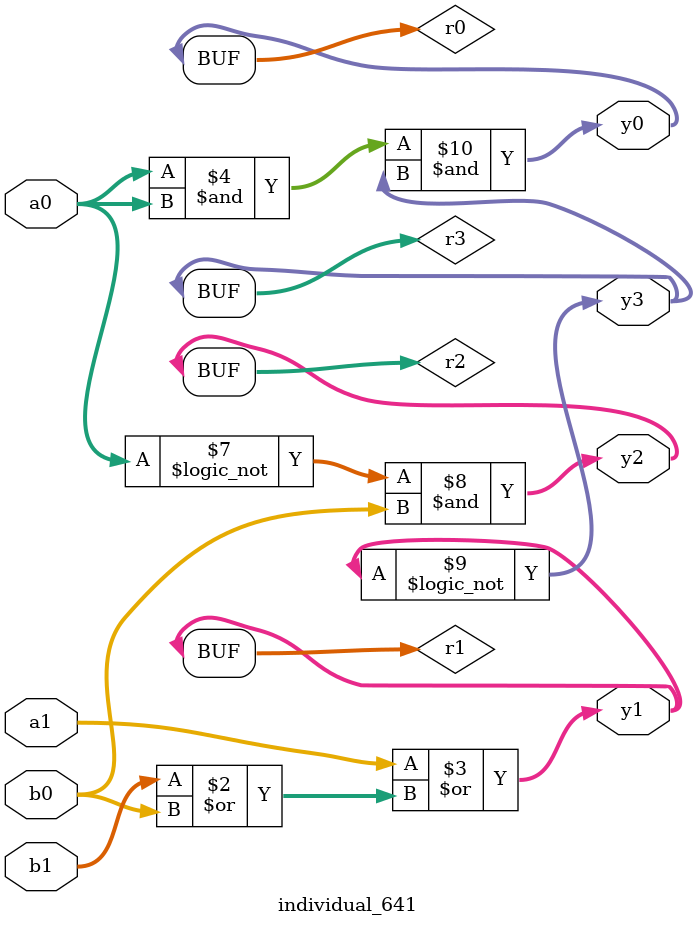
<source format=sv>
module individual_641(input logic [15:0] a1, input logic [15:0] a0, input logic [15:0] b1, input logic [15:0] b0, output logic [15:0] y3, output logic [15:0] y2, output logic [15:0] y1, output logic [15:0] y0);
logic [15:0] r0, r1, r2, r3; 
 always@(*) begin 
	 r0 = a0; r1 = a1; r2 = b0; r3 = b1; 
 	 r3  |=  r2 ;
 	 r1  |=  r3 ;
 	 r0  &=  a0 ;
 	 r2 = ! r1 ;
 	 r3  |=  r3 ;
 	 r2 = ! a0 ;
 	 r2  &=  b0 ;
 	 r3 = ! r1 ;
 	 r0  &=  r3 ;
 	 y3 = r3; y2 = r2; y1 = r1; y0 = r0; 
end
endmodule
</source>
